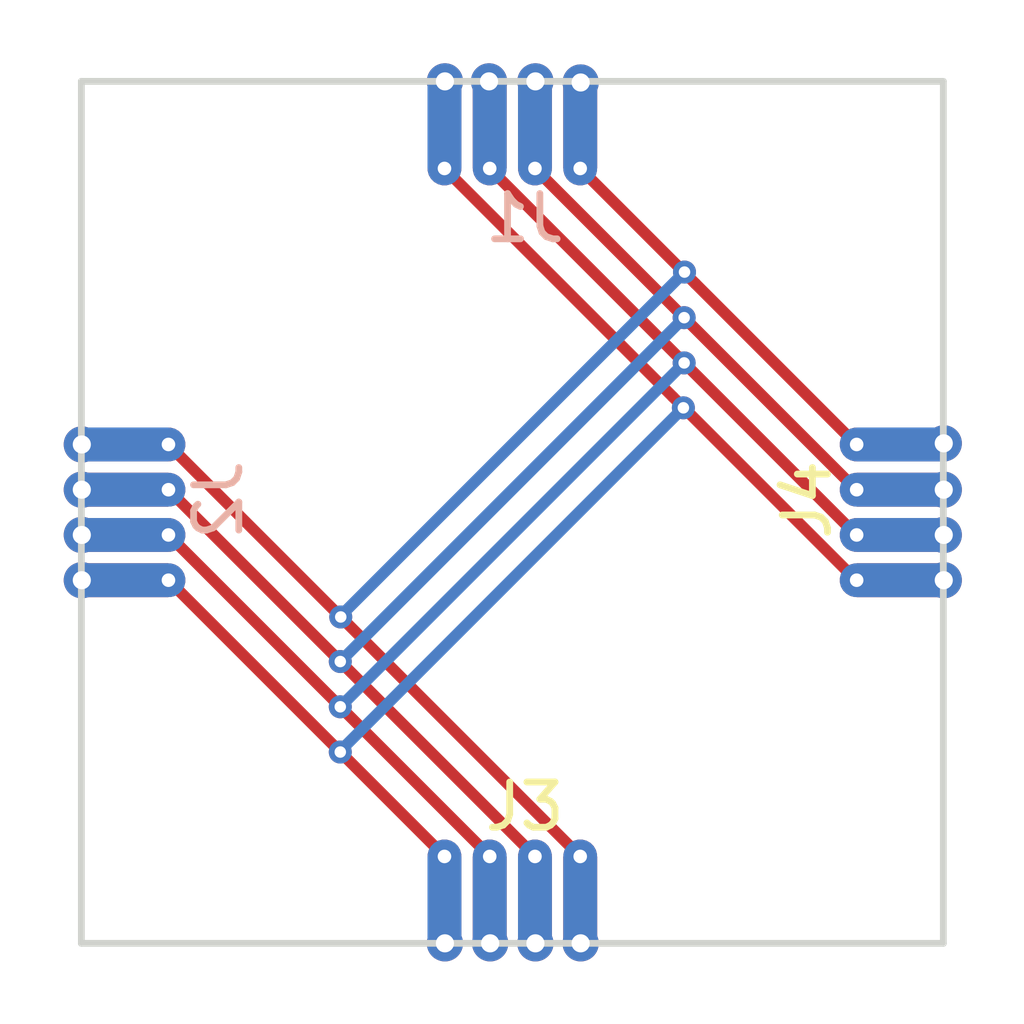
<source format=kicad_pcb>
(kicad_pcb (version 20171130) (host pcbnew 5.1.5)

  (general
    (thickness 1.6)
    (drawings 4)
    (tracks 54)
    (zones 0)
    (modules 4)
    (nets 5)
  )

  (page A4)
  (layers
    (0 F.Cu signal)
    (31 B.Cu signal)
    (32 B.Adhes user)
    (33 F.Adhes user)
    (34 B.Paste user)
    (35 F.Paste user)
    (36 B.SilkS user)
    (37 F.SilkS user)
    (38 B.Mask user)
    (39 F.Mask user)
    (40 Dwgs.User user)
    (41 Cmts.User user)
    (42 Eco1.User user)
    (43 Eco2.User user)
    (44 Edge.Cuts user)
    (45 Margin user)
    (46 B.CrtYd user)
    (47 F.CrtYd user)
    (48 B.Fab user)
    (49 F.Fab user)
  )

  (setup
    (last_trace_width 0.25)
    (trace_clearance 0.2)
    (zone_clearance 0.508)
    (zone_45_only no)
    (trace_min 0.2)
    (via_size 0.8)
    (via_drill 0.4)
    (via_min_size 0.508)
    (via_min_drill 0.254)
    (user_via 0.508 0.254)
    (uvia_size 0.3)
    (uvia_drill 0.1)
    (uvias_allowed no)
    (uvia_min_size 0.2)
    (uvia_min_drill 0.1)
    (edge_width 0.05)
    (segment_width 0.2)
    (pcb_text_width 0.3)
    (pcb_text_size 1.5 1.5)
    (mod_edge_width 0.12)
    (mod_text_size 1 1)
    (mod_text_width 0.15)
    (pad_size 1.524 1.524)
    (pad_drill 0.762)
    (pad_to_mask_clearance 0.051)
    (solder_mask_min_width 0.25)
    (aux_axis_origin 0 0)
    (visible_elements FFFFFF7F)
    (pcbplotparams
      (layerselection 0x010fc_ffffffff)
      (usegerberextensions false)
      (usegerberattributes false)
      (usegerberadvancedattributes false)
      (creategerberjobfile false)
      (excludeedgelayer true)
      (linewidth 0.100000)
      (plotframeref false)
      (viasonmask false)
      (mode 1)
      (useauxorigin false)
      (hpglpennumber 1)
      (hpglpenspeed 20)
      (hpglpendiameter 15.000000)
      (psnegative false)
      (psa4output false)
      (plotreference true)
      (plotvalue true)
      (plotinvisibletext false)
      (padsonsilk false)
      (subtractmaskfromsilk false)
      (outputformat 1)
      (mirror false)
      (drillshape 1)
      (scaleselection 1)
      (outputdirectory ""))
  )

  (net 0 "")
  (net 1 GND)
  (net 2 SCL)
  (net 3 SDA)
  (net 4 +5V)

  (net_class Default "This is the default net class."
    (clearance 0.2)
    (trace_width 0.25)
    (via_dia 0.8)
    (via_drill 0.4)
    (uvia_dia 0.3)
    (uvia_drill 0.1)
    (add_net +5V)
    (add_net GND)
    (add_net SCL)
    (add_net SDA)
  )

  (module modkeeb:edgeconnector (layer F.Cu) (tedit 5E3916DF) (tstamp 5E3FF1AE)
    (at 173.98 80.835 90)
    (path /5E408F3E)
    (fp_text reference J4 (at 0.275 -3.1 270) (layer F.SilkS)
      (effects (font (size 1 1) (thickness 0.15)))
    )
    (fp_text value Conn_01x04 (at 0.25 0.875 270) (layer F.Fab)
      (effects (font (size 1 1) (thickness 0.15)))
    )
    (pad 4 thru_hole custom (at 1.5 -2 90) (size 0.75 0.75) (drill 0.3) (layers *.Cu *.Mask)
      (net 1 GND) (zone_connect 0)
      (options (clearance outline) (anchor circle))
      (primitives
        (gr_poly (pts
           (xy 0.375 2) (xy -0.375 2) (xy -0.375 0) (xy 0.375 0)) (width 0))
      ))
    (pad 3 thru_hole custom (at 0.5 -2 90) (size 0.75 0.75) (drill 0.3) (layers *.Cu *.Mask)
      (net 2 SCL) (zone_connect 0)
      (options (clearance outline) (anchor circle))
      (primitives
        (gr_poly (pts
           (xy 0.375 2) (xy -0.375 2) (xy -0.375 0) (xy 0.375 0)) (width 0))
      ))
    (pad 2 thru_hole custom (at -0.5 -2 90) (size 0.75 0.75) (drill 0.3) (layers *.Cu *.Mask)
      (net 3 SDA) (zone_connect 0)
      (options (clearance outline) (anchor circle))
      (primitives
        (gr_poly (pts
           (xy 0.375 2) (xy -0.375 2) (xy -0.375 0) (xy 0.375 0)) (width 0))
      ))
    (pad 1 thru_hole custom (at -1.5 -2 90) (size 0.75 0.75) (drill 0.3) (layers *.Cu *.Mask)
      (net 4 +5V) (zone_connect 0)
      (options (clearance outline) (anchor circle))
      (primitives
        (gr_poly (pts
           (xy 0.375 2) (xy -0.375 2) (xy -0.375 0) (xy 0.375 0)) (width 0))
      ))
  )

  (module modkeeb:edgeconnector (layer F.Cu) (tedit 5E3916DF) (tstamp 5E3FF1A6)
    (at 164.37 90.44)
    (path /5E408700)
    (fp_text reference J3 (at 0.275 -3.1 180) (layer F.SilkS)
      (effects (font (size 1 1) (thickness 0.15)))
    )
    (fp_text value Conn_01x04 (at 0.25 0.875 180) (layer F.Fab)
      (effects (font (size 1 1) (thickness 0.15)))
    )
    (pad 4 thru_hole custom (at 1.5 -2) (size 0.75 0.75) (drill 0.3) (layers *.Cu *.Mask)
      (net 1 GND) (zone_connect 0)
      (options (clearance outline) (anchor circle))
      (primitives
        (gr_poly (pts
           (xy 0.375 2) (xy -0.375 2) (xy -0.375 0) (xy 0.375 0)) (width 0))
      ))
    (pad 3 thru_hole custom (at 0.5 -2) (size 0.75 0.75) (drill 0.3) (layers *.Cu *.Mask)
      (net 2 SCL) (zone_connect 0)
      (options (clearance outline) (anchor circle))
      (primitives
        (gr_poly (pts
           (xy 0.375 2) (xy -0.375 2) (xy -0.375 0) (xy 0.375 0)) (width 0))
      ))
    (pad 2 thru_hole custom (at -0.5 -2) (size 0.75 0.75) (drill 0.3) (layers *.Cu *.Mask)
      (net 3 SDA) (zone_connect 0)
      (options (clearance outline) (anchor circle))
      (primitives
        (gr_poly (pts
           (xy 0.375 2) (xy -0.375 2) (xy -0.375 0) (xy 0.375 0)) (width 0))
      ))
    (pad 1 thru_hole custom (at -1.5 -2) (size 0.75 0.75) (drill 0.3) (layers *.Cu *.Mask)
      (net 4 +5V) (zone_connect 0)
      (options (clearance outline) (anchor circle))
      (primitives
        (gr_poly (pts
           (xy 0.375 2) (xy -0.375 2) (xy -0.375 0) (xy 0.375 0)) (width 0))
      ))
  )

  (module modkeeb:edgeconnector (layer B.Cu) (tedit 5E3916DF) (tstamp 5E3FF1BE)
    (at 154.77 80.835 90)
    (path /5E407FA0)
    (fp_text reference J2 (at 0.275 3.1 -90) (layer B.SilkS)
      (effects (font (size 1 1) (thickness 0.15)) (justify mirror))
    )
    (fp_text value Conn_01x04 (at 0.25 -0.875 -90) (layer B.Fab)
      (effects (font (size 1 1) (thickness 0.15)) (justify mirror))
    )
    (pad 4 thru_hole custom (at 1.5 2 90) (size 0.75 0.75) (drill 0.3) (layers *.Cu *.Mask)
      (net 1 GND) (zone_connect 0)
      (options (clearance outline) (anchor circle))
      (primitives
        (gr_poly (pts
           (xy 0.375 -2) (xy -0.375 -2) (xy -0.375 0) (xy 0.375 0)) (width 0))
      ))
    (pad 3 thru_hole custom (at 0.5 2 90) (size 0.75 0.75) (drill 0.3) (layers *.Cu *.Mask)
      (net 2 SCL) (zone_connect 0)
      (options (clearance outline) (anchor circle))
      (primitives
        (gr_poly (pts
           (xy 0.375 -2) (xy -0.375 -2) (xy -0.375 0) (xy 0.375 0)) (width 0))
      ))
    (pad 2 thru_hole custom (at -0.5 2 90) (size 0.75 0.75) (drill 0.3) (layers *.Cu *.Mask)
      (net 3 SDA) (zone_connect 0)
      (options (clearance outline) (anchor circle))
      (primitives
        (gr_poly (pts
           (xy 0.375 -2) (xy -0.375 -2) (xy -0.375 0) (xy 0.375 0)) (width 0))
      ))
    (pad 1 thru_hole custom (at -1.5 2 90) (size 0.75 0.75) (drill 0.3) (layers *.Cu *.Mask)
      (net 4 +5V) (zone_connect 0)
      (options (clearance outline) (anchor circle))
      (primitives
        (gr_poly (pts
           (xy 0.375 -2) (xy -0.375 -2) (xy -0.375 0) (xy 0.375 0)) (width 0))
      ))
  )

  (module modkeeb:edgeconnector (layer B.Cu) (tedit 5E3916DF) (tstamp 5E3FF19D)
    (at 164.37 71.235)
    (path /5E407C8D)
    (fp_text reference J1 (at 0.275 3.1 -180) (layer B.SilkS)
      (effects (font (size 1 1) (thickness 0.15)) (justify mirror))
    )
    (fp_text value Conn_01x04 (at 0.25 -0.875 -180) (layer B.Fab)
      (effects (font (size 1 1) (thickness 0.15)) (justify mirror))
    )
    (pad 4 thru_hole custom (at 1.5 2) (size 0.75 0.75) (drill 0.3) (layers *.Cu *.Mask)
      (net 1 GND) (zone_connect 0)
      (options (clearance outline) (anchor circle))
      (primitives
        (gr_poly (pts
           (xy 0.375 -2) (xy -0.375 -2) (xy -0.375 0) (xy 0.375 0)) (width 0))
      ))
    (pad 3 thru_hole custom (at 0.5 2) (size 0.75 0.75) (drill 0.3) (layers *.Cu *.Mask)
      (net 2 SCL) (zone_connect 0)
      (options (clearance outline) (anchor circle))
      (primitives
        (gr_poly (pts
           (xy 0.375 -2) (xy -0.375 -2) (xy -0.375 0) (xy 0.375 0)) (width 0))
      ))
    (pad 2 thru_hole custom (at -0.5 2) (size 0.75 0.75) (drill 0.3) (layers *.Cu *.Mask)
      (net 3 SDA) (zone_connect 0)
      (options (clearance outline) (anchor circle))
      (primitives
        (gr_poly (pts
           (xy 0.375 -2) (xy -0.375 -2) (xy -0.375 0) (xy 0.375 0)) (width 0))
      ))
    (pad 1 thru_hole custom (at -1.5 2) (size 0.75 0.75) (drill 0.3) (layers *.Cu *.Mask)
      (net 4 +5V) (zone_connect 0)
      (options (clearance outline) (anchor circle))
      (primitives
        (gr_poly (pts
           (xy 0.375 -2) (xy -0.375 -2) (xy -0.375 0) (xy 0.375 0)) (width 0))
      ))
  )

  (gr_line (start 173.895 71.31) (end 173.895 90.36) (layer Edge.Cuts) (width 0.15) (tstamp 5E3FF1C7))
  (gr_line (start 154.845 71.31) (end 173.895 71.31) (layer Edge.Cuts) (width 0.15) (tstamp 5E3FF1BC))
  (gr_line (start 154.845 90.36) (end 154.845 71.31) (layer Edge.Cuts) (width 0.15) (tstamp 5E3FF1B6))
  (gr_line (start 173.895 90.36) (end 154.845 90.36) (layer Edge.Cuts) (width 0.15) (tstamp 5E3FF1B5))

  (via (at 162.88 71.31) (size 0.8) (drill 0.4) (layers F.Cu B.Cu) (net 4) (tstamp 5E3FF19B))
  (via (at 154.855 82.335) (size 0.8) (drill 0.4) (layers F.Cu B.Cu) (net 4) (tstamp 5E3FF19C))
  (via (at 162.88 90.36) (size 0.8) (drill 0.4) (layers F.Cu B.Cu) (net 4) (tstamp 5E3FF1AD))
  (via (at 173.905 82.335) (size 0.8) (drill 0.4) (layers F.Cu B.Cu) (net 4) (tstamp 5E3FF1C5))
  (via (at 165.88 90.36) (size 0.8) (drill 0.4) (layers F.Cu B.Cu) (net 1) (tstamp 5E3FF199))
  (via (at 154.855 79.335) (size 0.8) (drill 0.4) (layers F.Cu B.Cu) (net 1) (tstamp 5E3FF19A))
  (via (at 165.88 71.335) (size 0.8) (drill 0.4) (layers F.Cu B.Cu) (net 1) (tstamp 5E3FF1B7))
  (via (at 173.905 79.31) (size 0.8) (drill 0.4) (layers F.Cu B.Cu) (net 1) (tstamp 5E3FF1C8))
  (segment (start 156.77 79.34) (end 156.77 79.335) (width 0.25) (layer F.Cu) (net 1))
  (segment (start 165.87 88.44) (end 160.5775 83.1475) (width 0.25) (layer F.Cu) (net 1))
  (segment (start 171.97 79.335) (end 171.98 79.335) (width 0.25) (layer F.Cu) (net 1))
  (segment (start 165.87 73.235) (end 168.4175 75.7825) (width 0.25) (layer F.Cu) (net 1))
  (segment (start 168.4175 75.7825) (end 171.97 79.335) (width 0.25) (layer F.Cu) (net 1) (tstamp 5E3FF806))
  (via (at 168.175 75.525) (size 0.508) (drill 0.254) (layers F.Cu B.Cu) (net 1))
  (segment (start 160.5775 83.1475) (end 156.77 79.34) (width 0.25) (layer F.Cu) (net 1) (tstamp 5E3FF817))
  (via (at 160.5775 83.1475) (size 0.508) (drill 0.254) (layers F.Cu B.Cu) (net 1))
  (segment (start 160.5775 83.1225) (end 160.5775 83.1475) (width 0.25) (layer B.Cu) (net 1))
  (segment (start 168.175 75.525) (end 160.5775 83.1225) (width 0.25) (layer B.Cu) (net 1))
  (via (at 164.88 71.31) (size 0.8) (drill 0.4) (layers F.Cu B.Cu) (net 2) (tstamp 5E3FF1B9))
  (via (at 164.88 90.36) (size 0.8) (drill 0.4) (layers F.Cu B.Cu) (net 2) (tstamp 5E3FF1BA))
  (via (at 154.855 80.335) (size 0.8) (drill 0.4) (layers F.Cu B.Cu) (net 2) (tstamp 5E3FF1BD))
  (via (at 173.905 80.335) (size 0.8) (drill 0.4) (layers F.Cu B.Cu) (net 2) (tstamp 5E3FF1C6))
  (segment (start 164.87 88.435) (end 164.87 88.44) (width 0.25) (layer F.Cu) (net 2))
  (segment (start 156.77 80.335) (end 160.5675 84.1325) (width 0.25) (layer F.Cu) (net 2))
  (segment (start 171.97 80.335) (end 171.98 80.335) (width 0.25) (layer F.Cu) (net 2))
  (segment (start 164.87 73.235) (end 168.1675 76.5325) (width 0.25) (layer F.Cu) (net 2))
  (segment (start 168.1675 76.5325) (end 171.97 80.335) (width 0.25) (layer F.Cu) (net 2) (tstamp 5E3FF808))
  (via (at 168.1675 76.5325) (size 0.508) (drill 0.254) (layers F.Cu B.Cu) (net 2))
  (segment (start 160.5675 84.1325) (end 164.87 88.435) (width 0.25) (layer F.Cu) (net 2) (tstamp 5E3FF819))
  (via (at 160.5675 84.1325) (size 0.508) (drill 0.254) (layers F.Cu B.Cu) (net 2))
  (segment (start 168.1675 76.5325) (end 160.5675 84.1325) (width 0.25) (layer B.Cu) (net 2))
  (via (at 163.88 90.36) (size 0.8) (drill 0.4) (layers F.Cu B.Cu) (net 3) (tstamp 5E3FF1A4))
  (via (at 173.905 81.335) (size 0.8) (drill 0.4) (layers F.Cu B.Cu) (net 3) (tstamp 5E3FF1A5))
  (via (at 163.855 71.31) (size 0.8) (drill 0.4) (layers F.Cu B.Cu) (net 3) (tstamp 5E3FF1B8))
  (via (at 154.855 81.335) (size 0.8) (drill 0.4) (layers F.Cu B.Cu) (net 3) (tstamp 5E3FF1BB))
  (segment (start 163.87 88.435) (end 163.87 88.44) (width 0.25) (layer F.Cu) (net 3))
  (segment (start 156.77 81.335) (end 160.5675 85.1325) (width 0.25) (layer F.Cu) (net 3))
  (segment (start 171.97 81.335) (end 171.98 81.335) (width 0.25) (layer F.Cu) (net 3))
  (segment (start 163.87 73.235) (end 168.1675 77.5325) (width 0.25) (layer F.Cu) (net 3))
  (segment (start 168.1675 77.5325) (end 171.97 81.335) (width 0.25) (layer F.Cu) (net 3) (tstamp 5E3FF80A))
  (via (at 168.1675 77.5325) (size 0.508) (drill 0.254) (layers F.Cu B.Cu) (net 3))
  (segment (start 160.5675 85.1325) (end 163.87 88.435) (width 0.25) (layer F.Cu) (net 3) (tstamp 5E3FF81B))
  (via (at 160.5675 85.1325) (size 0.508) (drill 0.254) (layers F.Cu B.Cu) (net 3))
  (segment (start 160.5675 85.1325) (end 168.1675 77.5325) (width 0.25) (layer B.Cu) (net 3))
  (segment (start 162.87 88.435) (end 162.87 88.44) (width 0.25) (layer F.Cu) (net 4))
  (segment (start 156.77 82.335) (end 160.5675 86.1325) (width 0.25) (layer F.Cu) (net 4))
  (segment (start 171.97 82.335) (end 171.98 82.335) (width 0.25) (layer F.Cu) (net 4))
  (segment (start 162.87 73.235) (end 167.9175 78.2825) (width 0.25) (layer F.Cu) (net 4))
  (segment (start 167.9175 78.2825) (end 171.97 82.335) (width 0.25) (layer F.Cu) (net 4) (tstamp 5E3FF80C))
  (via (at 168.15 78.525) (size 0.508) (drill 0.254) (layers F.Cu B.Cu) (net 4))
  (segment (start 160.5675 86.1325) (end 162.87 88.435) (width 0.25) (layer F.Cu) (net 4) (tstamp 5E3FF81D))
  (via (at 160.5675 86.1325) (size 0.508) (drill 0.254) (layers F.Cu B.Cu) (net 4))
  (segment (start 160.5675 86.1075) (end 160.5675 86.1325) (width 0.25) (layer B.Cu) (net 4))
  (segment (start 168.15 78.525) (end 160.5675 86.1075) (width 0.25) (layer B.Cu) (net 4))

)

</source>
